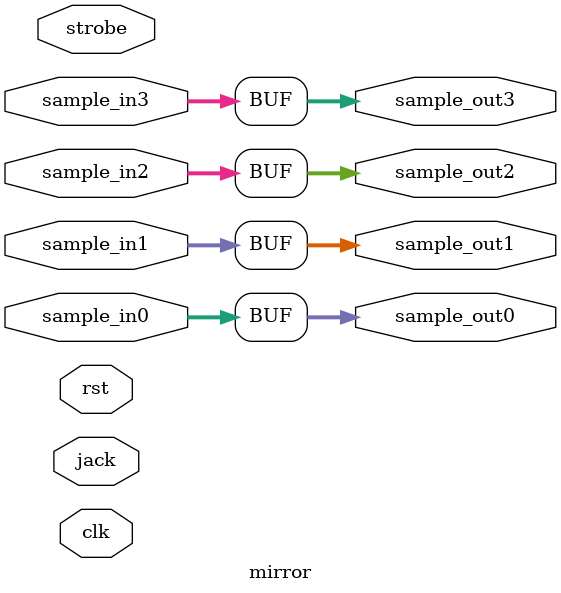
<source format=sv>
module mirror #(
    parameter W = 16
)(
    input rst,
    input clk,
    input strobe,
    input signed [W-1:0] sample_in0,
    input signed [W-1:0] sample_in1,
    input signed [W-1:0] sample_in2,
    input signed [W-1:0] sample_in3,
    output signed [W-1:0] sample_out0,
    output signed [W-1:0] sample_out1,
    output signed [W-1:0] sample_out2,
    output signed [W-1:0] sample_out3,
    input [7:0] jack
);

assign sample_out0 = sample_in0;
assign sample_out1 = sample_in1;
assign sample_out2 = sample_in2;
assign sample_out3 = sample_in3;

endmodule

</source>
